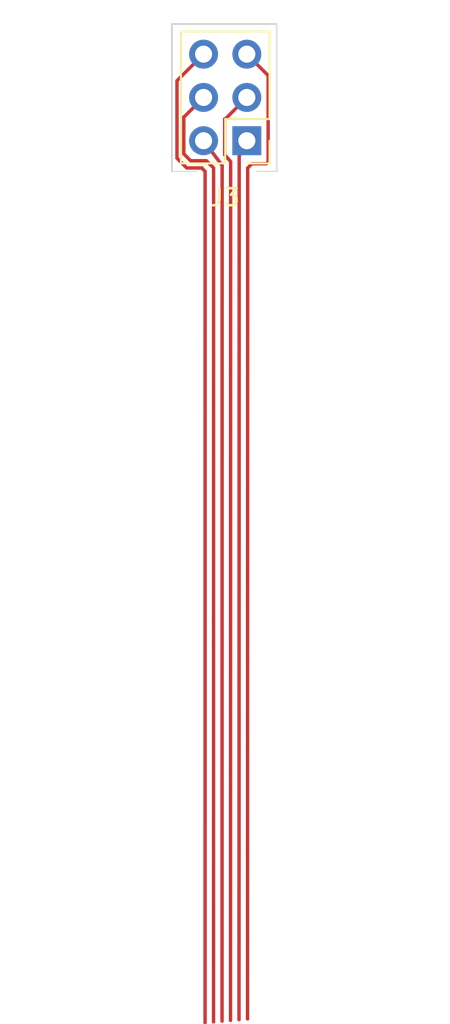
<source format=kicad_pcb>
(kicad_pcb (version 20171130) (host pcbnew "(5.1.9)-1")

  (general
    (thickness 1.6)
    (drawings 163)
    (tracks 37)
    (zones 0)
    (modules 1)
    (nets 1)
  )

  (page A4)
  (layers
    (0 F.Cu signal)
    (31 B.Cu signal)
    (32 B.Adhes user)
    (33 F.Adhes user)
    (34 B.Paste user)
    (35 F.Paste user)
    (36 B.SilkS user hide)
    (37 F.SilkS user hide)
    (38 B.Mask user)
    (39 F.Mask user)
    (40 Dwgs.User user)
    (41 Cmts.User user)
    (42 Eco1.User user)
    (43 Eco2.User user)
    (44 Edge.Cuts user)
    (45 Margin user)
    (46 B.CrtYd user)
    (47 F.CrtYd user)
    (48 B.Fab user)
    (49 F.Fab user)
  )

  (setup
    (last_trace_width 0.2)
    (user_trace_width 0.35)
    (trace_clearance 0)
    (zone_clearance 0)
    (zone_45_only no)
    (trace_min 0.1)
    (via_size 0.8)
    (via_drill 0.4)
    (via_min_size 0.4)
    (via_min_drill 0.3)
    (uvia_size 0.3)
    (uvia_drill 0.1)
    (uvias_allowed no)
    (uvia_min_size 0.2)
    (uvia_min_drill 0.1)
    (edge_width 0.05)
    (segment_width 0.2)
    (pcb_text_width 0.3)
    (pcb_text_size 1.5 1.5)
    (mod_edge_width 0.12)
    (mod_text_size 1 1)
    (mod_text_width 0.15)
    (pad_size 1.7 1.7)
    (pad_drill 1)
    (pad_to_mask_clearance 0)
    (aux_axis_origin 0 0)
    (visible_elements 7FFFFFFF)
    (pcbplotparams
      (layerselection 0x010fc_ffffffff)
      (usegerberextensions false)
      (usegerberattributes true)
      (usegerberadvancedattributes true)
      (creategerberjobfile true)
      (excludeedgelayer true)
      (linewidth 0.100000)
      (plotframeref false)
      (viasonmask false)
      (mode 1)
      (useauxorigin false)
      (hpglpennumber 1)
      (hpglpenspeed 20)
      (hpglpendiameter 15.000000)
      (psnegative false)
      (psa4output false)
      (plotreference true)
      (plotvalue true)
      (plotinvisibletext false)
      (padsonsilk false)
      (subtractmaskfromsilk false)
      (outputformat 1)
      (mirror false)
      (drillshape 0)
      (scaleselection 1)
      (outputdirectory "gerber/"))
  )

  (net 0 "")

  (net_class Default "This is the default net class."
    (clearance 0)
    (trace_width 0.2)
    (via_dia 0.8)
    (via_drill 0.4)
    (uvia_dia 0.3)
    (uvia_drill 0.1)
  )

  (module Connector_PinHeader_2.54mm:PinHeader_2x03_P2.54mm_Vertical (layer F.Cu) (tedit 59FED5CC) (tstamp 608FD40F)
    (at 0 0 180)
    (descr "Through hole straight pin header, 2x03, 2.54mm pitch, double rows")
    (tags "Through hole pin header THT 2x03 2.54mm double row")
    (fp_text reference J3 (at 1.27 -3.33) (layer F.SilkS)
      (effects (font (size 1 1) (thickness 0.15)))
    )
    (fp_text value PinHeader_2x03_P2.54mm_Vertical (at 1.27 7.41) (layer F.Fab)
      (effects (font (size 1 1) (thickness 0.15)))
    )
    (fp_line (start 4.35 -1.8) (end -1.8 -1.8) (layer F.CrtYd) (width 0.05))
    (fp_line (start 4.35 6.85) (end 4.35 -1.8) (layer F.CrtYd) (width 0.05))
    (fp_line (start -1.8 6.85) (end 4.35 6.85) (layer F.CrtYd) (width 0.05))
    (fp_line (start -1.8 -1.8) (end -1.8 6.85) (layer F.CrtYd) (width 0.05))
    (fp_line (start -1.33 -1.33) (end 0 -1.33) (layer F.SilkS) (width 0.12))
    (fp_line (start -1.33 0) (end -1.33 -1.33) (layer F.SilkS) (width 0.12))
    (fp_line (start 1.27 -1.33) (end 3.87 -1.33) (layer F.SilkS) (width 0.12))
    (fp_line (start 1.27 1.27) (end 1.27 -1.33) (layer F.SilkS) (width 0.12))
    (fp_line (start -1.33 1.27) (end 1.27 1.27) (layer F.SilkS) (width 0.12))
    (fp_line (start 3.87 -1.33) (end 3.87 6.41) (layer F.SilkS) (width 0.12))
    (fp_line (start -1.33 1.27) (end -1.33 6.41) (layer F.SilkS) (width 0.12))
    (fp_line (start -1.33 6.41) (end 3.87 6.41) (layer F.SilkS) (width 0.12))
    (fp_line (start -1.27 0) (end 0 -1.27) (layer F.Fab) (width 0.1))
    (fp_line (start -1.27 6.35) (end -1.27 0) (layer F.Fab) (width 0.1))
    (fp_line (start 3.81 6.35) (end -1.27 6.35) (layer F.Fab) (width 0.1))
    (fp_line (start 3.81 -1.27) (end 3.81 6.35) (layer F.Fab) (width 0.1))
    (fp_line (start 0 -1.27) (end 3.81 -1.27) (layer F.Fab) (width 0.1))
    (fp_text user %R (at 1.27 2.54 90) (layer F.Fab)
      (effects (font (size 1 1) (thickness 0.15)))
    )
    (pad 6 thru_hole oval (at 2.54 5.08) (size 1.7 1.7) (drill 1) (layers *.Cu *.Mask))
    (pad 5 thru_hole oval (at 0 5.08) (size 1.7 1.7) (drill 1) (layers *.Cu *.Mask))
    (pad 4 thru_hole oval (at 2.54 2.54) (size 1.7 1.7) (drill 1) (layers *.Cu *.Mask))
    (pad 3 thru_hole oval (at 0 2.54) (size 1.7 1.7) (drill 1) (layers *.Cu *.Mask))
    (pad 2 thru_hole oval (at 2.54 0) (size 1.7 1.7) (drill 1) (layers *.Cu *.Mask))
    (pad 1 thru_hole rect (at 0 0) (size 1.7 1.7) (drill 1) (layers *.Cu *.Mask))
    (model ${KISYS3DMOD}/Connector_PinHeader_2.54mm.3dshapes/PinHeader_2x03_P2.54mm_Vertical.wrl
      (at (xyz 0 0 0))
      (scale (xyz 1 1 1))
      (rotate (xyz 0 0 0))
    )
  )

  (gr_line (start -2.95 1.8) (end -4.4 1.8) (layer Edge.Cuts) (width 0.05) (tstamp 60911CAB))
  (gr_line (start 1.75 1.8) (end 0.55 1.8) (layer Edge.Cuts) (width 0.05) (tstamp 60911CA8))
  (gr_text 0 (at 26.898 60.401) (layer F.SilkS)
    (effects (font (size 2 2) (thickness 0.15)))
  )
  (gr_text 0 (at 26.898 60.401) (layer B.SilkS)
    (effects (font (size 2 2) (thickness 0.15)) (justify mirror))
  )
  (gr_line (start 28 60) (end 23.593 61.604) (layer F.SilkS) (width 0.12))
  (gr_line (start 28 60) (end 23.593 61.604) (layer B.SilkS) (width 0.12))
  (gr_line (start 30.605 52.688) (end 27.863 48.236) (layer F.SilkS) (width 0.12))
  (gr_line (start 30.605 52.688) (end 27.863 48.236) (layer B.SilkS) (width 0.12))
  (gr_line (start 38.109 53.227) (end 41.691 48.631) (layer F.SilkS) (width 0.12))
  (gr_line (start 38.109 53.227) (end 41.691 48.631) (layer B.SilkS) (width 0.12))
  (gr_line (start 40.774 59.981) (end 47.168 60.78) (layer F.SilkS) (width 0.12))
  (gr_line (start 40.774 59.981) (end 47.168 60.78) (layer B.SilkS) (width 0.12))
  (gr_line (start 37.036 65.859) (end 40.986 71.714) (layer F.SilkS) (width 0.12))
  (gr_line (start 37.036 65.859) (end 40.986 71.714) (layer B.SilkS) (width 0.12))
  (gr_text 1 (at 38.023 67.323) (layer F.SilkS)
    (effects (font (size 2 2) (thickness 0.15)))
  )
  (gr_text 1 (at 38.023 67.323) (layer B.SilkS)
    (effects (font (size 2 2) (thickness 0.15)) (justify mirror))
  )
  (gr_text 1 (at 80.172 44.574) (layer F.SilkS)
    (effects (font (size 2 2) (thickness 0.15)))
  )
  (gr_text 1 (at 80.172 44.574) (layer B.SilkS)
    (effects (font (size 2 2) (thickness 0.15)) (justify mirror))
  )
  (gr_line (start 79 45) (end 83.687 43.294) (layer F.SilkS) (width 0.12))
  (gr_line (start 79 45) (end 83.687 43.294) (layer B.SilkS) (width 0.12))
  (gr_line (start 76.769 52.294) (end 80.119 56.74) (layer F.SilkS) (width 0.12))
  (gr_line (start 76.769 52.294) (end 80.119 56.74) (layer B.SilkS) (width 0.12))
  (gr_line (start 69.412 52.837) (end 66.64 58.359) (layer F.SilkS) (width 0.12))
  (gr_line (start 69.412 52.837) (end 66.64 58.359) (layer B.SilkS) (width 0.12))
  (gr_line (start 65.262 47.081) (end 58.57 48.27) (layer F.SilkS) (width 0.12))
  (gr_line (start 65.262 47.081) (end 58.57 48.27) (layer B.SilkS) (width 0.12))
  (gr_line (start 66.711 40.454) (end 60.504 36.419) (layer F.SilkS) (width 0.12))
  (gr_line (start 66.711 40.454) (end 60.504 36.419) (layer B.SilkS) (width 0.12))
  (gr_line (start 71.674 36.353) (end 68.456 29.058) (layer F.SilkS) (width 0.12))
  (gr_line (start 71.674 36.353) (end 68.456 29.058) (layer B.SilkS) (width 0.12))
  (gr_text 1 (at 65.159 39.445) (layer F.SilkS)
    (effects (font (size 2 2) (thickness 0.15)))
  )
  (gr_text 1 (at 65.159 39.445) (layer B.SilkS)
    (effects (font (size 2 2) (thickness 0.15)) (justify mirror))
  )
  (gr_text 2 (at 134.717 30.344) (layer F.SilkS)
    (effects (font (size 2 2) (thickness 0.15)))
  )
  (gr_text 2 (at 134.717 30.344) (layer B.SilkS)
    (effects (font (size 2 2) (thickness 0.15)) (justify mirror))
  )
  (gr_line (start 136 30) (end 130.87 31.375) (layer F.SilkS) (width 0.12))
  (gr_line (start 136 30) (end 130.87 31.375) (layer B.SilkS) (width 0.12))
  (gr_line (start 138.462 22.928) (end 134.844 18.25) (layer F.SilkS) (width 0.12))
  (gr_line (start 138.462 22.928) (end 134.844 18.25) (layer B.SilkS) (width 0.12))
  (gr_line (start 145.613 21.932) (end 147.846 15.793) (layer F.SilkS) (width 0.12))
  (gr_line (start 145.613 21.932) (end 147.846 15.793) (layer B.SilkS) (width 0.12))
  (gr_line (start 150.543 26.79) (end 157.137 24.046) (layer F.SilkS) (width 0.12))
  (gr_line (start 150.543 26.79) (end 157.137 24.046) (layer B.SilkS) (width 0.12))
  (gr_line (start 150.891 33.373) (end 158.367 35.355) (layer F.SilkS) (width 0.12))
  (gr_line (start 150.891 33.373) (end 158.367 35.355) (layer B.SilkS) (width 0.12))
  (gr_line (start 147.822 38.796) (end 153.921 44.399) (layer F.SilkS) (width 0.12))
  (gr_line (start 147.822 38.796) (end 153.921 44.399) (layer B.SilkS) (width 0.12))
  (gr_line (start 142.888 42.294) (end 146.391 50.041) (layer F.SilkS) (width 0.12))
  (gr_line (start 142.888 42.294) (end 146.391 50.041) (layer B.SilkS) (width 0.12))
  (gr_text 1 (at 152.76 33.868) (layer F.SilkS)
    (effects (font (size 2 2) (thickness 0.15)))
  )
  (gr_text 1 (at 152.76 33.868) (layer B.SilkS)
    (effects (font (size 2 2) (thickness 0.15)) (justify mirror))
  )
  (gr_line (start 1.75 -6.85) (end -4.4 -6.85) (layer Edge.Cuts) (width 0.1))
  (gr_line (start 1.75 1.8) (end 1.75 -6.85) (layer Edge.Cuts) (width 0.1))
  (gr_line (start -4.4 1.8) (end -4.4 -6.85) (layer Edge.Cuts) (width 0.1))
  (gr_text 3 (at 164.408 79.877) (layer F.SilkS)
    (effects (font (size 2 2) (thickness 0.15)))
  )
  (gr_text 3 (at 164.408 79.877) (layer B.SilkS)
    (effects (font (size 2 2) (thickness 0.15)) (justify mirror))
  )
  (gr_line (start 163 80) (end 168.631 79.507) (layer F.SilkS) (width 0.12))
  (gr_line (start 163 80) (end 168.631 79.507) (layer B.SilkS) (width 0.12))
  (gr_line (start 159.75 86.58) (end 163.216 91.802) (layer F.SilkS) (width 0.12))
  (gr_line (start 159.75 86.58) (end 163.216 91.802) (layer B.SilkS) (width 0.12))
  (gr_line (start 152.746 87.412) (end 150.594 93.951) (layer F.SilkS) (width 0.12))
  (gr_line (start 152.746 87.412) (end 150.594 93.951) (layer B.SilkS) (width 0.12))
  (gr_line (start 147.579 83.09) (end 141.108 86.843) (layer F.SilkS) (width 0.12))
  (gr_line (start 147.579 83.09) (end 141.108 86.843) (layer B.SilkS) (width 0.12))
  (gr_line (start 146.104 76.872) (end 138.056 76.619) (layer F.SilkS) (width 0.12))
  (gr_line (start 146.104 76.872) (end 138.056 76.619) (layer B.SilkS) (width 0.12))
  (gr_line (start 147.535 71.025) (end 139.713 67.513) (layer F.SilkS) (width 0.12))
  (gr_line (start 147.535 71.025) (end 139.713 67.513) (layer B.SilkS) (width 0.12))
  (gr_line (start 150.761 66.169) (end 144.232 60.294) (layer F.SilkS) (width 0.12))
  (gr_line (start 150.761 66.169) (end 144.232 60.294) (layer B.SilkS) (width 0.12))
  (gr_line (start 155.062 62.486) (end 150.024 55.049) (layer F.SilkS) (width 0.12))
  (gr_line (start 155.062 62.486) (end 150.024 55.049) (layer B.SilkS) (width 0.12))
  (gr_text 1 (at 144.092 76.808) (layer F.SilkS)
    (effects (font (size 2 2) (thickness 0.15)))
  )
  (gr_text 1 (at 144.092 76.808) (layer B.SilkS)
    (effects (font (size 2 2) (thickness 0.15)) (justify mirror))
  )
  (gr_text 4 (at 87.499 30) (layer F.SilkS)
    (effects (font (size 2 2) (thickness 0.15)))
  )
  (gr_text 4 (at 87.499 30) (layer B.SilkS)
    (effects (font (size 2 2) (thickness 0.15)) (justify mirror))
  )
  (gr_line (start 89 30) (end 82.998 30) (layer F.SilkS) (width 0.12))
  (gr_line (start 89 30) (end 82.998 30) (layer B.SilkS) (width 0.12))
  (gr_line (start 92.41 23.682) (end 88.664 18.223) (layer F.SilkS) (width 0.12))
  (gr_line (start 92.41 23.682) (end 88.664 18.223) (layer B.SilkS) (width 0.12))
  (gr_line (start 99.169 22.418) (end 100.611 15.335) (layer F.SilkS) (width 0.12))
  (gr_line (start 99.169 22.418) (end 100.611 15.335) (layer B.SilkS) (width 0.12))
  (gr_line (start 104.814 25.725) (end 110.576 20.456) (layer F.SilkS) (width 0.12))
  (gr_line (start 104.814 25.725) (end 110.576 20.456) (layer B.SilkS) (width 0.12))
  (gr_line (start 107.756 31.164) (end 115.79 28.867) (layer F.SilkS) (width 0.12))
  (gr_line (start 107.756 31.164) (end 115.79 28.867) (layer B.SilkS) (width 0.12))
  (gr_line (start 108.425 36.925) (end 117.275 37.11) (layer F.SilkS) (width 0.12))
  (gr_line (start 108.425 36.925) (end 117.275 37.11) (layer B.SilkS) (width 0.12))
  (gr_line (start 107.647 42.477) (end 116.434 44.636) (layer F.SilkS) (width 0.12))
  (gr_line (start 107.647 42.477) (end 116.434 44.636) (layer B.SilkS) (width 0.12))
  (gr_line (start 105.909 47.626) (end 114.437 51.172) (layer F.SilkS) (width 0.12))
  (gr_line (start 105.909 47.626) (end 114.437 51.172) (layer B.SilkS) (width 0.12))
  (gr_line (start 103.645 52.376) (end 111.994 56.731) (layer F.SilkS) (width 0.12))
  (gr_line (start 103.645 52.376) (end 111.994 56.731) (layer B.SilkS) (width 0.12))
  (gr_text 1 (at 109.764 30.589) (layer F.SilkS)
    (effects (font (size 2 2) (thickness 0.15)))
  )
  (gr_text 1 (at 109.764 30.589) (layer B.SilkS)
    (effects (font (size 2 2) (thickness 0.15)) (justify mirror))
  )
  (gr_text 2 (at 105.732 53.464) (layer F.SilkS)
    (effects (font (size 2 2) (thickness 0.15)))
  )
  (gr_text 2 (at 105.732 53.464) (layer B.SilkS)
    (effects (font (size 2 2) (thickness 0.15)) (justify mirror))
  )
  (gr_text 5 (at 126.565 80.276) (layer F.SilkS)
    (effects (font (size 2 2) (thickness 0.15)))
  )
  (gr_text 5 (at 126.565 80.276) (layer B.SilkS)
    (effects (font (size 2 2) (thickness 0.15)) (justify mirror))
  )
  (gr_line (start 125 80) (end 131.259 81.104) (layer F.SilkS) (width 0.12))
  (gr_line (start 125 80) (end 131.259 81.104) (layer B.SilkS) (width 0.12))
  (gr_line (start 120.934 85.71) (end 124.449 91.729) (layer F.SilkS) (width 0.12))
  (gr_line (start 120.934 85.71) (end 124.449 91.729) (layer B.SilkS) (width 0.12))
  (gr_line (start 114.334 86.792) (end 113.024 94.241) (layer F.SilkS) (width 0.12))
  (gr_line (start 114.334 86.792) (end 113.024 94.241) (layer B.SilkS) (width 0.12))
  (gr_line (start 108.637 84.008) (end 103.361 90.184) (layer F.SilkS) (width 0.12))
  (gr_line (start 108.637 84.008) (end 103.361 90.184) (layer B.SilkS) (width 0.12))
  (gr_line (start 104.951 79.313) (end 97.341 83.414) (layer F.SilkS) (width 0.12))
  (gr_line (start 104.951 79.313) (end 97.341 83.414) (layer B.SilkS) (width 0.12))
  (gr_line (start 102.901 74.128) (end 94.155 76.684) (layer F.SilkS) (width 0.12))
  (gr_line (start 102.901 74.128) (end 94.155 76.684) (layer B.SilkS) (width 0.12))
  (gr_line (start 101.774 68.87) (end 92.588 70.291) (layer F.SilkS) (width 0.12))
  (gr_line (start 101.774 68.87) (end 92.588 70.291) (layer B.SilkS) (width 0.12))
  (gr_line (start 101.183 63.7) (end 91.751 64.538) (layer F.SilkS) (width 0.12))
  (gr_line (start 101.183 63.7) (end 91.751 64.538) (layer B.SilkS) (width 0.12))
  (gr_line (start 100.771 58.69) (end 91.174 59.546) (layer F.SilkS) (width 0.12))
  (gr_line (start 100.771 58.69) (end 91.174 59.546) (layer B.SilkS) (width 0.12))
  (gr_line (start 100.211 53.878) (end 90.547 55.394) (layer F.SilkS) (width 0.12))
  (gr_line (start 100.211 53.878) (end 90.547 55.394) (layer B.SilkS) (width 0.12))
  (gr_text 1 (at 103.049 80.338) (layer F.SilkS)
    (effects (font (size 2 2) (thickness 0.15)))
  )
  (gr_text 1 (at 103.049 80.338) (layer B.SilkS)
    (effects (font (size 2 2) (thickness 0.15)) (justify mirror))
  )
  (gr_text 2 (at 98.372 58.904) (layer F.SilkS)
    (effects (font (size 2 2) (thickness 0.15)))
  )
  (gr_text 2 (at 98.372 58.904) (layer B.SilkS)
    (effects (font (size 2 2) (thickness 0.15)) (justify mirror))
  )
  (gr_text 6 (at 20.424 44.426) (layer F.SilkS)
    (effects (font (size 2 2) (thickness 0.15)))
  )
  (gr_text 6 (at 20.424 44.426) (layer B.SilkS)
    (effects (font (size 2 2) (thickness 0.15)) (justify mirror))
  )
  (gr_line (start 22 45) (end 15.696 42.706) (layer F.SilkS) (width 0.12))
  (gr_line (start 22 45) (end 15.696 42.706) (layer B.SilkS) (width 0.12))
  (gr_line (start 26.622 39.972) (end 23.414 33.4) (layer F.SilkS) (width 0.12))
  (gr_line (start 26.622 39.972) (end 23.414 33.4) (layer B.SilkS) (width 0.12))
  (gr_line (start 33.053 39.083) (end 34.239 31.285) (layer F.SilkS) (width 0.12))
  (gr_line (start 33.053 39.083) (end 34.239 31.285) (layer B.SilkS) (width 0.12))
  (gr_line (start 38.738 41.38) (end 43.422 34.379) (layer F.SilkS) (width 0.12))
  (gr_line (start 38.738 41.38) (end 43.422 34.379) (layer B.SilkS) (width 0.12))
  (gr_line (start 42.975 45.265) (end 49.782 39.502) (layer F.SilkS) (width 0.12))
  (gr_line (start 42.975 45.265) (end 49.782 39.502) (layer B.SilkS) (width 0.12))
  (gr_line (start 46.121 49.589) (end 53.942 44.457) (layer F.SilkS) (width 0.12))
  (gr_line (start 46.121 49.589) (end 53.942 44.457) (layer B.SilkS) (width 0.12))
  (gr_line (start 48.819 53.969) (end 57 49.092) (layer F.SilkS) (width 0.12))
  (gr_line (start 48.819 53.969) (end 57 49.092) (layer B.SilkS) (width 0.12))
  (gr_line (start 51.381 58.225) (end 59.588 53.085) (layer F.SilkS) (width 0.12))
  (gr_line (start 51.381 58.225) (end 59.588 53.085) (layer B.SilkS) (width 0.12))
  (gr_line (start 54.072 62.187) (end 61.926 56.267) (layer F.SilkS) (width 0.12))
  (gr_line (start 54.072 62.187) (end 61.926 56.267) (layer B.SilkS) (width 0.12))
  (gr_line (start 57.095 65.661) (end 64.056 58.524) (layer F.SilkS) (width 0.12))
  (gr_line (start 57.095 65.661) (end 64.056 58.524) (layer B.SilkS) (width 0.12))
  (gr_line (start 60.662 68.517) (end 66.162 60.256) (layer F.SilkS) (width 0.12))
  (gr_line (start 60.662 68.517) (end 66.162 60.256) (layer B.SilkS) (width 0.12))
  (gr_line (start 64.724 70.743) (end 68.796 61.743) (layer F.SilkS) (width 0.12))
  (gr_line (start 64.724 70.743) (end 68.796 61.743) (layer B.SilkS) (width 0.12))
  (gr_line (start 69.003 72.279) (end 71.508 62.581) (layer F.SilkS) (width 0.12))
  (gr_line (start 69.003 72.279) (end 71.508 62.581) (layer B.SilkS) (width 0.12))
  (gr_line (start 73.321 72.885) (end 73.481 62.75) (layer F.SilkS) (width 0.12))
  (gr_line (start 73.321 72.885) (end 73.481 62.75) (layer B.SilkS) (width 0.12))
  (gr_line (start 77.609 72.332) (end 74.982 62.584) (layer F.SilkS) (width 0.12))
  (gr_line (start 77.609 72.332) (end 74.982 62.584) (layer B.SilkS) (width 0.12))
  (gr_line (start 81.656 70.641) (end 76.671 61.909) (layer F.SilkS) (width 0.12))
  (gr_line (start 81.656 70.641) (end 76.671 61.909) (layer B.SilkS) (width 0.12))
  (gr_text 1 (at 44.677 43.824) (layer F.SilkS)
    (effects (font (size 2 2) (thickness 0.15)))
  )
  (gr_text 1 (at 44.677 43.824) (layer B.SilkS)
    (effects (font (size 2 2) (thickness 0.15)) (justify mirror))
  )
  (gr_text 2 (at 56.035 60.707) (layer F.SilkS)
    (effects (font (size 2 2) (thickness 0.15)))
  )
  (gr_text 2 (at 56.035 60.707) (layer B.SilkS)
    (effects (font (size 2 2) (thickness 0.15)) (justify mirror))
  )
  (gr_text 3 (at 69.629 69.854) (layer F.SilkS)
    (effects (font (size 2 2) (thickness 0.15)))
  )
  (gr_text 3 (at 69.629 69.854) (layer B.SilkS)
    (effects (font (size 2 2) (thickness 0.15)) (justify mirror))
  )

  (segment (start -0.95 1.8) (end -0.95 1.8) (width 0.2) (layer F.Cu) (net 0) (tstamp 60911460))
  (segment (start 0.05 1.8) (end 0.05 1.8) (width 0.2) (layer F.Cu) (net 0) (tstamp 609114A0))
  (segment (start -2.452 51.756) (end -2.45 1.8) (width 0.2) (layer F.Cu) (net 0))
  (segment (start -2.45 1.8) (end -2.45 1.8) (width 0.2) (layer F.Cu) (net 0) (tstamp 609114D3))
  (segment (start -0.95 1.8) (end -0.95 1.225) (width 0.2) (layer F.Cu) (net 0) (tstamp 609119F6))
  (segment (start -1.3 0.825) (end -1.3 -1.275) (width 0.2) (layer F.Cu) (net 0) (tstamp 60911A01))
  (segment (start -0.95 1.225) (end -1.3 0.825) (width 0.2) (layer F.Cu) (net 0) (tstamp 609119F9))
  (segment (start -2.54 -5.08) (end -4.1 -3.52) (width 0.2) (layer F.Cu) (net 0))
  (segment (start -4.1 -3.52) (end -4.1 1.025) (width 0.2) (layer F.Cu) (net 0))
  (segment (start -4.1 1.025) (end -3.525 1.6) (width 0.2) (layer F.Cu) (net 0))
  (segment (start -3.525 1.6) (end -2.625 1.6) (width 0.2) (layer F.Cu) (net 0))
  (segment (start -2.625 1.625) (end -2.45 1.8) (width 0.2) (layer F.Cu) (net 0))
  (segment (start -2.625 1.6) (end -2.625 1.625) (width 0.2) (layer F.Cu) (net 0))
  (segment (start 0.05 1.8) (end 0.05 1.6) (width 0.2) (layer F.Cu) (net 0))
  (segment (start 0.05 1.6) (end 0.3 1.35) (width 0.2) (layer F.Cu) (net 0))
  (segment (start 0.3 1.35) (end 1.15 1.35) (width 0.2) (layer F.Cu) (net 0))
  (segment (start 1.15 1.35) (end 1.25 1.25) (width 0.2) (layer F.Cu) (net 0))
  (segment (start 1.25 -3.83) (end 0 -5.08) (width 0.2) (layer F.Cu) (net 0))
  (segment (start 1.25 1.25) (end 1.25 -3.83) (width 0.2) (layer F.Cu) (net 0))
  (segment (start -1.265 -1.275) (end 0 -2.54) (width 0.2) (layer F.Cu) (net 0))
  (segment (start -1.3 -1.275) (end -1.265 -1.275) (width 0.2) (layer F.Cu) (net 0))
  (segment (start -3.7 0.775) (end -3.7 -1.4) (width 0.2) (layer F.Cu) (net 0))
  (segment (start -3.7 -1.4) (end -3.68 -1.4) (width 0.2) (layer F.Cu) (net 0))
  (segment (start -2.375 1.175) (end -3.3 1.175) (width 0.2) (layer F.Cu) (net 0))
  (segment (start -3.3 1.175) (end -3.7 0.775) (width 0.2) (layer F.Cu) (net 0))
  (segment (start -3.68 -1.4) (end -2.54 -2.54) (width 0.2) (layer F.Cu) (net 0))
  (segment (start -1.95 1.6) (end -2.375 1.175) (width 0.2) (layer F.Cu) (net 0) (tstamp 60911A35))
  (segment (start -1.95 1.8) (end -1.95 1.6) (width 0.2) (layer F.Cu) (net 0) (tstamp 60911A32))
  (segment (start -1.954 51.713) (end -1.95 1.8) (width 0.2) (layer F.Cu) (net 0))
  (segment (start -1.45 1.8) (end -1.45 1.45) (width 0.2) (layer F.Cu) (net 0) (tstamp 60911A14))
  (segment (start -1.45 1.45) (end -2.54 0) (width 0.2) (layer F.Cu) (net 0) (tstamp 60911A16) (status 800000))
  (segment (start -1.456 51.669) (end -1.45 1.8) (width 0.2) (layer F.Cu) (net 0))
  (segment (start -0.958 51.626) (end -0.95 1.8) (width 0.2) (layer F.Cu) (net 0))
  (segment (start -0.45 0.9) (end 0 0) (width 0.2) (layer F.Cu) (net 0) (tstamp 609119F2) (status 800000))
  (segment (start -0.45 1.8) (end -0.45 0.9) (width 0.2) (layer F.Cu) (net 0) (tstamp 609119ED))
  (segment (start -0.46 51.582) (end -0.45 1.8) (width 0.2) (layer F.Cu) (net 0))
  (segment (start 0.039 51.539) (end 0.05 1.8) (width 0.2) (layer F.Cu) (net 0))

)

</source>
